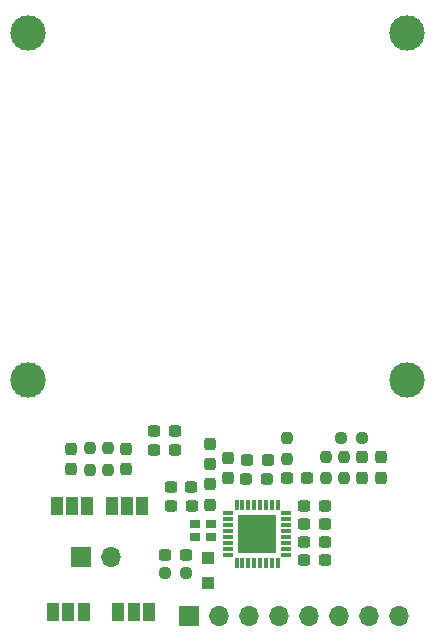
<source format=gts>
G04 #@! TF.GenerationSoftware,KiCad,Pcbnew,7.0.9*
G04 #@! TF.CreationDate,2024-04-25T16:45:36+02:00*
G04 #@! TF.ProjectId,NFC_Programmer,4e46435f-5072-46f6-9772-616d6d65722e,3.0*
G04 #@! TF.SameCoordinates,Original*
G04 #@! TF.FileFunction,Soldermask,Top*
G04 #@! TF.FilePolarity,Negative*
%FSLAX46Y46*%
G04 Gerber Fmt 4.6, Leading zero omitted, Abs format (unit mm)*
G04 Created by KiCad (PCBNEW 7.0.9) date 2024-04-25 16:45:36*
%MOMM*%
%LPD*%
G01*
G04 APERTURE LIST*
G04 Aperture macros list*
%AMRoundRect*
0 Rectangle with rounded corners*
0 $1 Rounding radius*
0 $2 $3 $4 $5 $6 $7 $8 $9 X,Y pos of 4 corners*
0 Add a 4 corners polygon primitive as box body*
4,1,4,$2,$3,$4,$5,$6,$7,$8,$9,$2,$3,0*
0 Add four circle primitives for the rounded corners*
1,1,$1+$1,$2,$3*
1,1,$1+$1,$4,$5*
1,1,$1+$1,$6,$7*
1,1,$1+$1,$8,$9*
0 Add four rect primitives between the rounded corners*
20,1,$1+$1,$2,$3,$4,$5,0*
20,1,$1+$1,$4,$5,$6,$7,0*
20,1,$1+$1,$6,$7,$8,$9,0*
20,1,$1+$1,$8,$9,$2,$3,0*%
G04 Aperture macros list end*
%ADD10R,1.700000X1.700000*%
%ADD11O,1.700000X1.700000*%
%ADD12RoundRect,0.237500X-0.237500X0.250000X-0.237500X-0.250000X0.237500X-0.250000X0.237500X0.250000X0*%
%ADD13RoundRect,0.237500X0.300000X0.237500X-0.300000X0.237500X-0.300000X-0.237500X0.300000X-0.237500X0*%
%ADD14RoundRect,0.237500X0.237500X-0.250000X0.237500X0.250000X-0.237500X0.250000X-0.237500X-0.250000X0*%
%ADD15R,1.000000X1.500000*%
%ADD16C,3.000000*%
%ADD17R,1.000000X1.000000*%
%ADD18RoundRect,0.237500X0.237500X-0.287500X0.237500X0.287500X-0.237500X0.287500X-0.237500X-0.287500X0*%
%ADD19R,0.900000X0.800000*%
%ADD20RoundRect,0.237500X0.237500X-0.300000X0.237500X0.300000X-0.237500X0.300000X-0.237500X-0.300000X0*%
%ADD21RoundRect,0.237500X-0.237500X0.300000X-0.237500X-0.300000X0.237500X-0.300000X0.237500X0.300000X0*%
%ADD22R,0.850000X0.300000*%
%ADD23R,0.300000X0.850000*%
%ADD24R,3.250000X3.250000*%
%ADD25RoundRect,0.237500X-0.300000X-0.237500X0.300000X-0.237500X0.300000X0.237500X-0.300000X0.237500X0*%
%ADD26RoundRect,0.237500X-0.250000X-0.237500X0.250000X-0.237500X0.250000X0.237500X-0.250000X0.237500X0*%
%ADD27RoundRect,0.237500X-0.287500X-0.237500X0.287500X-0.237500X0.287500X0.237500X-0.287500X0.237500X0*%
%ADD28RoundRect,0.237500X0.250000X0.237500X-0.250000X0.237500X-0.250000X-0.237500X0.250000X-0.237500X0*%
G04 APERTURE END LIST*
D10*
X128530000Y-103060000D03*
D11*
X131070000Y-103060000D03*
X155450000Y-108000000D03*
X152910000Y-108000000D03*
X150370000Y-108000000D03*
X147830000Y-108000000D03*
X145290000Y-108000000D03*
X142750000Y-108000000D03*
X140210000Y-108000000D03*
D10*
X137670000Y-108000000D03*
D12*
X150813750Y-94545000D03*
X150813750Y-96370000D03*
D13*
X147696750Y-96380000D03*
X145971750Y-96380000D03*
D14*
X145994250Y-94742500D03*
X145994250Y-92917500D03*
D15*
X131135000Y-98700000D03*
X132435000Y-98700000D03*
X133735000Y-98700000D03*
D16*
X124080000Y-58640000D03*
X156120000Y-58640000D03*
D17*
X139270000Y-103140000D03*
D13*
X137886750Y-97110000D03*
X136161750Y-97110000D03*
D18*
X140994250Y-96385000D03*
X140994250Y-94635000D03*
D13*
X136462500Y-93970000D03*
X134737500Y-93970000D03*
D16*
X124060000Y-88020000D03*
D19*
X139571750Y-100230000D03*
X138171750Y-100230000D03*
X138171750Y-101330000D03*
X139571750Y-101330000D03*
D20*
X139504250Y-98602500D03*
X139504250Y-96877500D03*
D21*
X139464250Y-93467500D03*
X139464250Y-95192500D03*
D22*
X145914250Y-102820000D03*
X145914250Y-102320000D03*
X145914250Y-101820000D03*
X145914250Y-101320000D03*
X145914250Y-100820000D03*
X145914250Y-100320000D03*
X145914250Y-99820000D03*
X145914250Y-99320000D03*
D23*
X145214250Y-98620000D03*
X144714250Y-98620000D03*
X144214250Y-98620000D03*
X143714250Y-98620000D03*
X143214250Y-98620000D03*
X142714250Y-98620000D03*
X142214250Y-98620000D03*
X141714250Y-98620000D03*
D22*
X141014250Y-99320000D03*
X141014250Y-99820000D03*
X141014250Y-100320000D03*
X141014250Y-100820000D03*
X141014250Y-101320000D03*
X141014250Y-101820000D03*
X141014250Y-102320000D03*
X141014250Y-102820000D03*
D23*
X141714250Y-103520000D03*
X142214250Y-103520000D03*
X142714250Y-103520000D03*
X143214250Y-103520000D03*
X143714250Y-103520000D03*
X144214250Y-103520000D03*
X144714250Y-103520000D03*
X145214250Y-103520000D03*
D24*
X143464250Y-101070000D03*
D12*
X130835000Y-93800000D03*
X130835000Y-95625000D03*
D20*
X152344250Y-96320000D03*
X152344250Y-94595000D03*
D13*
X136462500Y-92400000D03*
X134737500Y-92400000D03*
D25*
X147445000Y-98700000D03*
X149170000Y-98700000D03*
X147445000Y-100220000D03*
X149170000Y-100220000D03*
D14*
X149283250Y-96370000D03*
X149283250Y-94545000D03*
D21*
X153904250Y-94587500D03*
X153904250Y-96312500D03*
D25*
X147445000Y-101740000D03*
X149170000Y-101740000D03*
D12*
X129285000Y-93800000D03*
X129285000Y-95625000D03*
D26*
X150522500Y-92990000D03*
X152347500Y-92990000D03*
D21*
X132385000Y-93850000D03*
X132385000Y-95575000D03*
D20*
X127725000Y-95575000D03*
X127725000Y-93850000D03*
D13*
X137405000Y-102870000D03*
X135680000Y-102870000D03*
D27*
X142544250Y-96400000D03*
X144294250Y-96400000D03*
D28*
X137452500Y-104400000D03*
X135627500Y-104400000D03*
D15*
X129075000Y-98690000D03*
X127775000Y-98690000D03*
X126475000Y-98690000D03*
X134310000Y-107670000D03*
X133010000Y-107670000D03*
X131710000Y-107670000D03*
X126170000Y-107670000D03*
X127470000Y-107670000D03*
X128770000Y-107670000D03*
D25*
X142609250Y-94790000D03*
X144334250Y-94790000D03*
D13*
X137926750Y-98680000D03*
X136201750Y-98680000D03*
D17*
X139270000Y-105200000D03*
D16*
X156110000Y-88020000D03*
D25*
X147445000Y-103260000D03*
X149170000Y-103260000D03*
M02*

</source>
